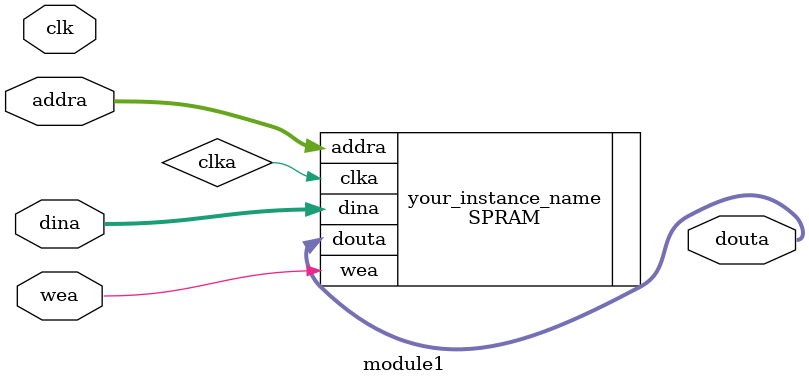
<source format=v>
`timescale 1ns / 1ps
module module1(
    input clk,
    input wea,
    input[5:0] addra,
    input[31:0] dina,
    output[31:0] douta
    );
//----------- Begin Cut here for INSTANTIATION Template ---// INST_TAG
SPRAM your_instance_name (
  .clka(clka), // input clka
  .wea(wea), // input [0 : 0] wea
  .addra(addra), // input [5 : 0] addra
  .dina(dina), // input [31 : 0] dina
  .douta(douta) // output [31 : 0] douta
);
// INST_TAG_END ------ End INSTANTIATION Template ---------

endmodule

</source>
